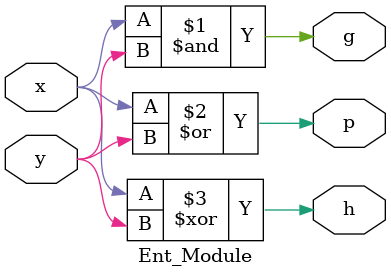
<source format=v>
module Ent_Module(g,p,h,x,y);
	output g,p,h;
	input x,y;
	 and a1(g,x,y);
	 or o1(p,x,y);
	 xor x1(h,x,y);
endmodule

</source>
